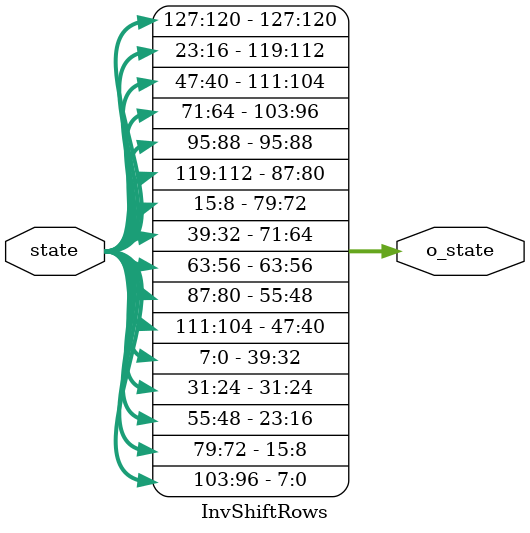
<source format=v>
`timescale 1ns / 1ps


module ShiftRows(
    input [127:0] state,
    output [127:0] o_state
    );
    parameter COL_0 = 96;
    parameter COL_1 = 64;
    parameter COL_2 = 32;
    parameter COL_3 = 0;
    parameter ROW_0 = 24;
    parameter ROW_1 = 16;
    parameter ROW_2 = 8;
    parameter ROW_3 = 0;
    
    //Row 0
    assign o_state[COL_0+ROW_0+:8] = state[COL_0+ROW_0+:8];
    assign o_state[COL_1+ROW_0+:8] = state[COL_1+ROW_0+:8];
    assign o_state[COL_2+ROW_0+:8] = state[COL_2+ROW_0+:8];
    assign o_state[COL_3+ROW_0+:8] = state[COL_3+ROW_0+:8];
    //Row 1
    assign o_state[COL_0+ROW_1+:8] = state[COL_1+ROW_1+:8];
    assign o_state[COL_1+ROW_1+:8] = state[COL_2+ROW_1+:8];
    assign o_state[COL_2+ROW_1+:8] = state[COL_3+ROW_1+:8];
    assign o_state[COL_3+ROW_1+:8] = state[COL_0+ROW_1+:8];
    //Row 2
    assign o_state[COL_0+ROW_2+:8] = state[COL_2+ROW_2+:8];
    assign o_state[COL_1+ROW_2+:8] = state[COL_3+ROW_2+:8];
    assign o_state[COL_2+ROW_2+:8] = state[COL_0+ROW_2+:8];
    assign o_state[COL_3+ROW_2+:8] = state[COL_1+ROW_2+:8];
    //Row 3
    assign o_state[COL_0+ROW_3+:8] = state[COL_3+ROW_3+:8];
    assign o_state[COL_1+ROW_3+:8] = state[COL_0+ROW_3+:8];
    assign o_state[COL_2+ROW_3+:8] = state[COL_1+ROW_3+:8];
    assign o_state[COL_3+ROW_3+:8] = state[COL_2+ROW_3+:8];
endmodule


module InvShiftRows(
    input [127:0] state,
    output [127:0] o_state
    );
    
    parameter COL_0 = 96;
    parameter COL_1 = 64;
    parameter COL_2 = 32;
    parameter COL_3 = 0;
    parameter ROW_0 = 24;
    parameter ROW_1 = 16;
    parameter ROW_2 = 8;
    parameter ROW_3 = 0;
    
    //Row 1
    assign o_state[COL_0+ROW_0+:8] = state[COL_0+ROW_0+:8];
    assign o_state[COL_1+ROW_0+:8] = state[COL_1+ROW_0+:8];
    assign o_state[COL_2+ROW_0+:8] = state[COL_2+ROW_0+:8];
    assign o_state[COL_3+ROW_0+:8] = state[COL_3+ROW_0+:8];
    //Row 2
    assign o_state[COL_0+ROW_1+:8] = state[COL_3+ROW_1+:8];
    assign o_state[COL_1+ROW_1+:8] = state[COL_0+ROW_1+:8];
    assign o_state[COL_2+ROW_1+:8] = state[COL_1+ROW_1+:8];
    assign o_state[COL_3+ROW_1+:8] = state[COL_2+ROW_1+:8];
    //Row 3
    assign o_state[COL_0+ROW_2+:8] = state[COL_2+ROW_2+:8];
    assign o_state[COL_1+ROW_2+:8] = state[COL_3+ROW_2+:8];
    assign o_state[COL_2+ROW_2+:8] = state[COL_0+ROW_2+:8];
    assign o_state[COL_3+ROW_2+:8] = state[COL_1+ROW_2+:8];
    //Row 4
    assign o_state[COL_0+ROW_3+:8] = state[COL_1+ROW_3+:8];
    assign o_state[COL_1+ROW_3+:8] = state[COL_2+ROW_3+:8];
    assign o_state[COL_2+ROW_3+:8] = state[COL_3+ROW_3+:8];
    assign o_state[COL_3+ROW_3+:8] = state[COL_0+ROW_3+:8];
endmodule
</source>
